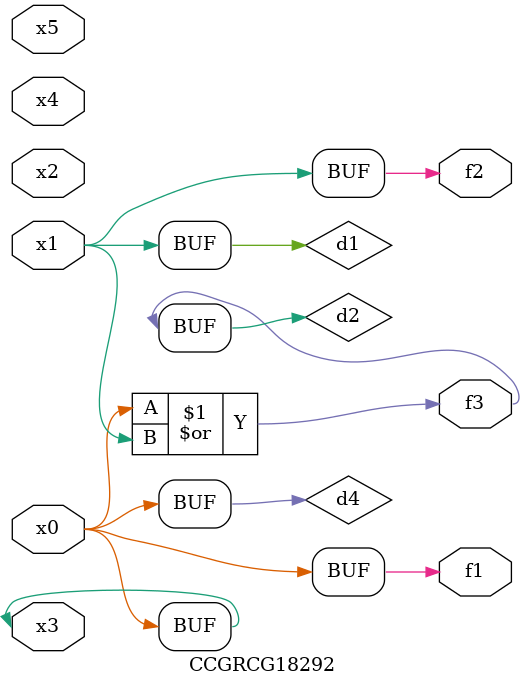
<source format=v>
module CCGRCG18292(
	input x0, x1, x2, x3, x4, x5,
	output f1, f2, f3
);

	wire d1, d2, d3, d4;

	and (d1, x1);
	or (d2, x0, x1);
	nand (d3, x0, x5);
	buf (d4, x0, x3);
	assign f1 = d4;
	assign f2 = d1;
	assign f3 = d2;
endmodule

</source>
